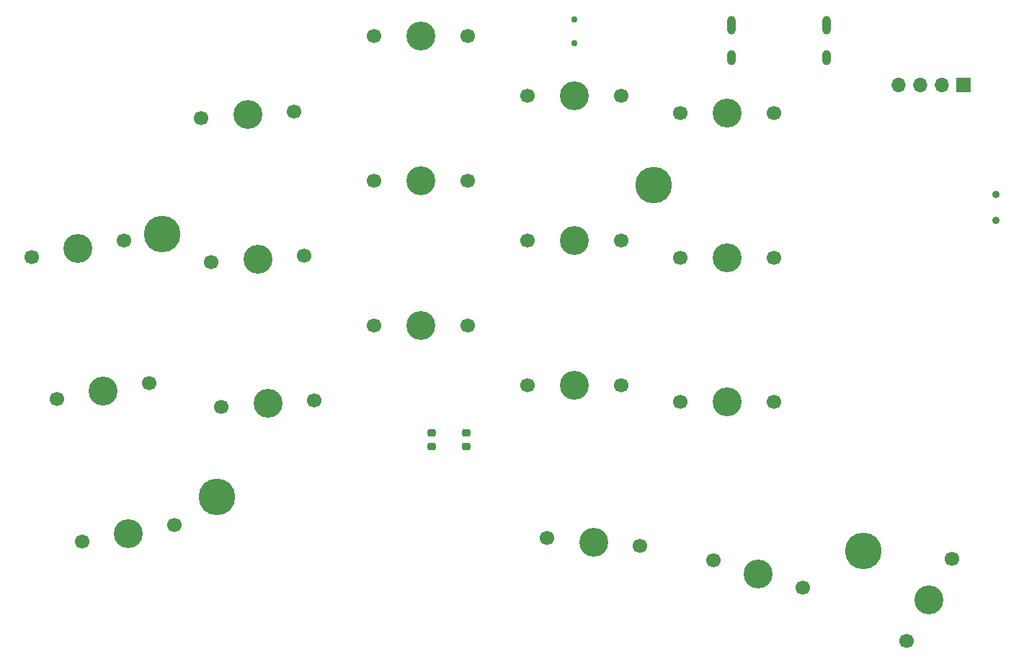
<source format=gts>
G04 #@! TF.GenerationSoftware,KiCad,Pcbnew,8.0.4*
G04 #@! TF.CreationDate,2024-10-20T02:46:26-03:00*
G04 #@! TF.ProjectId,carpo_left,63617270-6f5f-46c6-9566-742e6b696361,rev?*
G04 #@! TF.SameCoordinates,Original*
G04 #@! TF.FileFunction,Soldermask,Top*
G04 #@! TF.FilePolarity,Negative*
%FSLAX46Y46*%
G04 Gerber Fmt 4.6, Leading zero omitted, Abs format (unit mm)*
G04 Created by KiCad (PCBNEW 8.0.4) date 2024-10-20 02:46:26*
%MOMM*%
%LPD*%
G01*
G04 APERTURE LIST*
G04 Aperture macros list*
%AMRoundRect*
0 Rectangle with rounded corners*
0 $1 Rounding radius*
0 $2 $3 $4 $5 $6 $7 $8 $9 X,Y pos of 4 corners*
0 Add a 4 corners polygon primitive as box body*
4,1,4,$2,$3,$4,$5,$6,$7,$8,$9,$2,$3,0*
0 Add four circle primitives for the rounded corners*
1,1,$1+$1,$2,$3*
1,1,$1+$1,$4,$5*
1,1,$1+$1,$6,$7*
1,1,$1+$1,$8,$9*
0 Add four rect primitives between the rounded corners*
20,1,$1+$1,$2,$3,$4,$5,0*
20,1,$1+$1,$4,$5,$6,$7,0*
20,1,$1+$1,$6,$7,$8,$9,0*
20,1,$1+$1,$8,$9,$2,$3,0*%
G04 Aperture macros list end*
%ADD10RoundRect,0.218750X0.256250X-0.218750X0.256250X0.218750X-0.256250X0.218750X-0.256250X-0.218750X0*%
%ADD11C,4.300000*%
%ADD12R,1.700000X1.700000*%
%ADD13O,1.700000X1.700000*%
%ADD14C,1.700000*%
%ADD15C,3.400000*%
%ADD16C,0.750000*%
%ADD17C,0.900000*%
%ADD18O,1.000000X1.800000*%
%ADD19O,1.000000X2.200000*%
G04 APERTURE END LIST*
D10*
X147500000Y-108087500D03*
X147500000Y-106512500D03*
D11*
X111784477Y-83118956D03*
X169554515Y-77399999D03*
D12*
X205980000Y-65650000D03*
D13*
X203440000Y-65650000D03*
X200900000Y-65650000D03*
X198360000Y-65650000D03*
D11*
X194177165Y-120406206D03*
D10*
X143500000Y-108087500D03*
X143500000Y-106512500D03*
D11*
X118252436Y-114041804D03*
D14*
X165700000Y-100900000D03*
D15*
X160200000Y-100900000D03*
D14*
X154700000Y-100900000D03*
X183700000Y-68900000D03*
D15*
X178200000Y-68900000D03*
D14*
X172700000Y-68900000D03*
X183700000Y-102900000D03*
D15*
X178200000Y-102900000D03*
D14*
X172700000Y-102900000D03*
X127338254Y-68747675D03*
D15*
X121851652Y-69131336D03*
D14*
X116365050Y-69514997D03*
X110255621Y-100650787D03*
D15*
X104839178Y-101605852D03*
D14*
X99422735Y-102560917D03*
X167961079Y-119824077D03*
D15*
X162482008Y-119344720D03*
D14*
X157002937Y-118865363D03*
X165700000Y-66900001D03*
D15*
X160200000Y-66900001D03*
D14*
X154700000Y-66900001D03*
X129709974Y-102664852D03*
D15*
X124223372Y-103048513D03*
D14*
X118736770Y-103432174D03*
X204566072Y-121362575D03*
D15*
X201899619Y-126172983D03*
D14*
X199233166Y-130983391D03*
X165700000Y-83900000D03*
D15*
X160200000Y-83900000D03*
D14*
X154700000Y-83900000D03*
D16*
X160200000Y-60685000D03*
X160200000Y-57935000D03*
D14*
X113207640Y-117392519D03*
D15*
X107791197Y-118347584D03*
D14*
X102374754Y-119302649D03*
D17*
X209730000Y-78500000D03*
X209730000Y-81500000D03*
D14*
X147700000Y-76900000D03*
D15*
X142200000Y-76900000D03*
D14*
X136700000Y-76900000D03*
X187058514Y-124707576D03*
D15*
X181798838Y-123099532D03*
D14*
X176539162Y-121491488D03*
X147700000Y-59900000D03*
D15*
X142200000Y-59900000D03*
D14*
X136700000Y-59900000D03*
D18*
X189852300Y-62397000D03*
D19*
X189852300Y-58597000D03*
X178701700Y-58597000D03*
D18*
X178701400Y-62397000D03*
D14*
X128524114Y-85706263D03*
D15*
X123037512Y-86089924D03*
D14*
X117550910Y-86473585D03*
X147700000Y-93900000D03*
D15*
X142200000Y-93900000D03*
D14*
X136700000Y-93900000D03*
X183700000Y-85900000D03*
D15*
X178200000Y-85900000D03*
D14*
X172700000Y-85900000D03*
X107303602Y-83909055D03*
D15*
X101887159Y-84864120D03*
D14*
X96470716Y-85819185D03*
M02*

</source>
